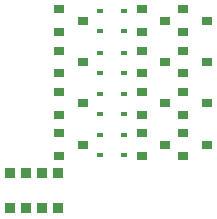
<source format=gtp>
%TF.GenerationSoftware,KiCad,Pcbnew,(5.1.9)-1*%
%TF.CreationDate,2022-09-16T17:22:15+02:00*%
%TF.ProjectId,increment,696e6372-656d-4656-9e74-2e6b69636164,rev?*%
%TF.SameCoordinates,Original*%
%TF.FileFunction,Paste,Top*%
%TF.FilePolarity,Positive*%
%FSLAX46Y46*%
G04 Gerber Fmt 4.6, Leading zero omitted, Abs format (unit mm)*
G04 Created by KiCad (PCBNEW (5.1.9)-1) date 2022-09-16 17:22:15*
%MOMM*%
%LPD*%
G01*
G04 APERTURE LIST*
%ADD10R,0.600000X0.450000*%
%ADD11R,0.900000X0.800000*%
%ADD12R,0.900000X0.900000*%
G04 APERTURE END LIST*
D10*
%TO.C,D8*%
X155050000Y-102400000D03*
X152950000Y-102400000D03*
%TD*%
%TO.C,D7*%
X155050000Y-100700000D03*
X152950000Y-100700000D03*
%TD*%
%TO.C,D6*%
X155050000Y-98900000D03*
X152950000Y-98900000D03*
%TD*%
%TO.C,D5*%
X155050000Y-97200000D03*
X152950000Y-97200000D03*
%TD*%
%TO.C,D4*%
X155050000Y-95400000D03*
X152950000Y-95400000D03*
%TD*%
%TO.C,D3*%
X155050000Y-93700000D03*
X152950000Y-93700000D03*
%TD*%
%TO.C,D2*%
X155050000Y-91900000D03*
X152950000Y-91900000D03*
%TD*%
%TO.C,D1*%
X155050000Y-90200000D03*
X152950000Y-90200000D03*
%TD*%
D11*
%TO.C,Q12*%
X162000000Y-101500000D03*
X160000000Y-102450000D03*
X160000000Y-100550000D03*
%TD*%
%TO.C,Q11*%
X162000000Y-98000000D03*
X160000000Y-98950000D03*
X160000000Y-97050000D03*
%TD*%
%TO.C,Q10*%
X162000000Y-94500000D03*
X160000000Y-95450000D03*
X160000000Y-93550000D03*
%TD*%
%TO.C,Q9*%
X162000000Y-91000000D03*
X160000000Y-91950000D03*
X160000000Y-90050000D03*
%TD*%
%TO.C,Q8*%
X158500000Y-101500000D03*
X156500000Y-102450000D03*
X156500000Y-100550000D03*
%TD*%
%TO.C,Q7*%
X158500000Y-98000000D03*
X156500000Y-98950000D03*
X156500000Y-97050000D03*
%TD*%
%TO.C,Q6*%
X158500000Y-94500000D03*
X156500000Y-95450000D03*
X156500000Y-93550000D03*
%TD*%
%TO.C,Q5*%
X158500000Y-91000000D03*
X156500000Y-91950000D03*
X156500000Y-90050000D03*
%TD*%
%TO.C,Q4*%
X151500000Y-101500000D03*
X149500000Y-102450000D03*
X149500000Y-100550000D03*
%TD*%
%TO.C,Q3*%
X151500000Y-98000000D03*
X149500000Y-98950000D03*
X149500000Y-97050000D03*
%TD*%
%TO.C,Q2*%
X151500000Y-94500000D03*
X149500000Y-95450000D03*
X149500000Y-93550000D03*
%TD*%
%TO.C,Q1*%
X151500000Y-91000000D03*
X149500000Y-91950000D03*
X149500000Y-90050000D03*
%TD*%
D12*
%TO.C,RN1*%
X148060000Y-103900000D03*
X149400000Y-103900000D03*
X145400000Y-103900000D03*
X146740000Y-103900000D03*
X148060000Y-106900000D03*
X146740000Y-106900000D03*
X149400000Y-106900000D03*
X145400000Y-106900000D03*
%TD*%
M02*

</source>
